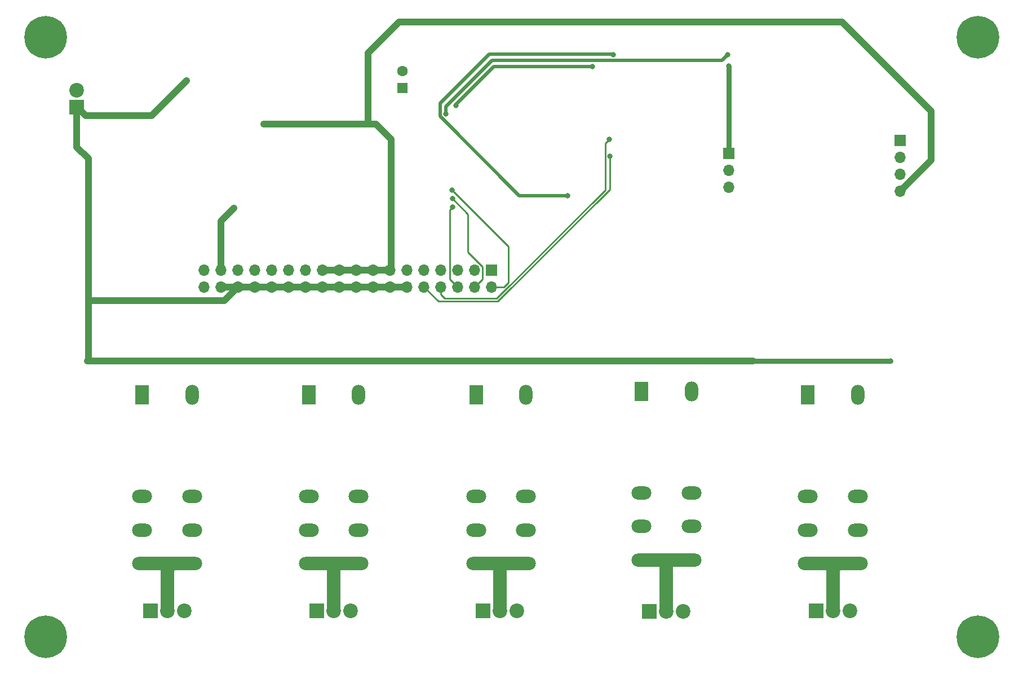
<source format=gbr>
%TF.GenerationSoftware,KiCad,Pcbnew,(6.0.5)*%
%TF.CreationDate,2022-06-14T15:57:39+02:00*%
%TF.ProjectId,SmartWatering,536d6172-7457-4617-9465-72696e672e6b,rev?*%
%TF.SameCoordinates,Original*%
%TF.FileFunction,Copper,L2,Bot*%
%TF.FilePolarity,Positive*%
%FSLAX46Y46*%
G04 Gerber Fmt 4.6, Leading zero omitted, Abs format (unit mm)*
G04 Created by KiCad (PCBNEW (6.0.5)) date 2022-06-14 15:57:39*
%MOMM*%
%LPD*%
G01*
G04 APERTURE LIST*
%TA.AperFunction,ComponentPad*%
%ADD10O,3.000000X2.000000*%
%TD*%
%TA.AperFunction,ComponentPad*%
%ADD11R,2.000000X3.000000*%
%TD*%
%TA.AperFunction,ComponentPad*%
%ADD12O,2.000000X3.000000*%
%TD*%
%TA.AperFunction,ComponentPad*%
%ADD13R,1.700000X1.700000*%
%TD*%
%TA.AperFunction,ComponentPad*%
%ADD14O,1.700000X1.700000*%
%TD*%
%TA.AperFunction,ComponentPad*%
%ADD15C,0.800000*%
%TD*%
%TA.AperFunction,ComponentPad*%
%ADD16C,6.400000*%
%TD*%
%TA.AperFunction,ComponentPad*%
%ADD17R,2.200000X2.200000*%
%TD*%
%TA.AperFunction,ComponentPad*%
%ADD18C,2.200000*%
%TD*%
%TA.AperFunction,ComponentPad*%
%ADD19R,1.600000X1.600000*%
%TD*%
%TA.AperFunction,ComponentPad*%
%ADD20C,1.600000*%
%TD*%
%TA.AperFunction,ViaPad*%
%ADD21C,0.800000*%
%TD*%
%TA.AperFunction,Conductor*%
%ADD22C,2.000000*%
%TD*%
%TA.AperFunction,Conductor*%
%ADD23C,1.000000*%
%TD*%
%TA.AperFunction,Conductor*%
%ADD24C,0.500000*%
%TD*%
%TA.AperFunction,Conductor*%
%ADD25C,0.750000*%
%TD*%
%TA.AperFunction,Conductor*%
%ADD26C,0.250000*%
%TD*%
G04 APERTURE END LIST*
D10*
%TO.P,K2,11*%
%TO.N,Net-(J2-Pad3)*%
X72000000Y-99000000D03*
X64500000Y-99000000D03*
%TO.P,K2,12*%
%TO.N,Net-(J2-Pad1)*%
X64500000Y-93960000D03*
X72000000Y-93960000D03*
%TO.P,K2,14*%
%TO.N,Net-(J2-Pad2)*%
X72000000Y-104040000D03*
X64500000Y-104040000D03*
D11*
%TO.P,K2,A1*%
%TO.N,VDD*%
X64500000Y-78700000D03*
D12*
%TO.P,K2,A2*%
%TO.N,Net-(D2-Pad1)*%
X72000000Y-78700000D03*
%TD*%
D13*
%TO.P,J8,1,Pin_1*%
%TO.N,GND*%
X127630000Y-42470000D03*
D14*
%TO.P,J8,2,Pin_2*%
%TO.N,/RX*%
X127630000Y-45010000D03*
%TO.P,J8,3,Pin_3*%
%TO.N,/TX*%
X127630000Y-47550000D03*
%TD*%
D15*
%TO.P, ,1*%
%TO.N,N/C*%
X23302944Y-26697056D03*
X25000000Y-27400000D03*
D16*
X25000000Y-25000000D03*
D15*
X26697056Y-26697056D03*
X27400000Y-25000000D03*
X23302944Y-23302944D03*
X22600000Y-25000000D03*
X25000000Y-22600000D03*
X26697056Y-23302944D03*
%TD*%
D17*
%TO.P,J4,1,Pin_1*%
%TO.N,Net-(J4-Pad1)*%
X115710000Y-111190000D03*
D18*
%TO.P,J4,2,Pin_2*%
%TO.N,Net-(J4-Pad2)*%
X118250000Y-111190000D03*
%TO.P,J4,3,Pin_3*%
%TO.N,Net-(J4-Pad3)*%
X120790000Y-111190000D03*
%TD*%
D19*
%TO.P,C1,1*%
%TO.N,+3V3*%
X78610000Y-32622380D03*
D20*
%TO.P,C1,2*%
%TO.N,GND*%
X78610000Y-30122380D03*
%TD*%
D10*
%TO.P,K3,11*%
%TO.N,Net-(J3-Pad3)*%
X97170000Y-99000000D03*
X89670000Y-99000000D03*
%TO.P,K3,12*%
%TO.N,Net-(J3-Pad1)*%
X97170000Y-93960000D03*
X89670000Y-93960000D03*
%TO.P,K3,14*%
%TO.N,Net-(J3-Pad2)*%
X89670000Y-104040000D03*
X97170000Y-104040000D03*
D11*
%TO.P,K3,A1*%
%TO.N,VDD*%
X89670000Y-78700000D03*
D12*
%TO.P,K3,A2*%
%TO.N,Net-(D3-Pad1)*%
X97170000Y-78700000D03*
%TD*%
D13*
%TO.P,J9,1,Pin_1*%
%TO.N,/IO26*%
X91985000Y-59955000D03*
D14*
%TO.P,J9,2,Pin_2*%
%TO.N,/IO27*%
X91985000Y-62495000D03*
%TO.P,J9,3,Pin_3*%
%TO.N,/IO25*%
X89445000Y-59955000D03*
%TO.P,J9,4,Pin_4*%
%TO.N,/IO14*%
X89445000Y-62495000D03*
%TO.P,J9,5,Pin_5*%
%TO.N,/IO33*%
X86905000Y-59955000D03*
%TO.P,J9,6,Pin_6*%
%TO.N,/IO12*%
X86905000Y-62495000D03*
%TO.P,J9,7,Pin_7*%
%TO.N,/IO32*%
X84365000Y-59955000D03*
%TO.P,J9,8,Pin_8*%
%TO.N,/IO21*%
X84365000Y-62495000D03*
%TO.P,J9,9,Pin_9*%
%TO.N,/IO35*%
X81825000Y-59955000D03*
%TO.P,J9,10,Pin_10*%
%TO.N,/IO19*%
X81825000Y-62495000D03*
%TO.P,J9,11,Pin_11*%
%TO.N,/IO34*%
X79285000Y-59955000D03*
%TO.P,J9,12,Pin_12*%
%TO.N,GND*%
X79285000Y-62495000D03*
%TO.P,J9,13,Pin_13*%
%TO.N,+5V*%
X76745000Y-59955000D03*
%TO.P,J9,14,Pin_14*%
%TO.N,GND*%
X76745000Y-62495000D03*
%TO.P,J9,15,Pin_15*%
%TO.N,+5V*%
X74205000Y-59955000D03*
%TO.P,J9,16,Pin_16*%
%TO.N,GND*%
X74205000Y-62495000D03*
%TO.P,J9,17,Pin_17*%
%TO.N,+5V*%
X71665000Y-59955000D03*
%TO.P,J9,18,Pin_18*%
%TO.N,GND*%
X71665000Y-62495000D03*
%TO.P,J9,19,Pin_19*%
%TO.N,+5V*%
X69125000Y-59955000D03*
%TO.P,J9,20,Pin_20*%
%TO.N,GND*%
X69125000Y-62495000D03*
%TO.P,J9,21,Pin_21*%
%TO.N,+5V*%
X66585000Y-59955000D03*
%TO.P,J9,22,Pin_22*%
%TO.N,GND*%
X66585000Y-62495000D03*
%TO.P,J9,23,Pin_23*%
%TO.N,+3V3*%
X64045000Y-59955000D03*
%TO.P,J9,24,Pin_24*%
%TO.N,GND*%
X64045000Y-62495000D03*
%TO.P,J9,25,Pin_25*%
%TO.N,+3V3*%
X61505000Y-59955000D03*
%TO.P,J9,26,Pin_26*%
%TO.N,GND*%
X61505000Y-62495000D03*
%TO.P,J9,27,Pin_27*%
%TO.N,+3V3*%
X58965000Y-59955000D03*
%TO.P,J9,28,Pin_28*%
%TO.N,GND*%
X58965000Y-62495000D03*
%TO.P,J9,29,Pin_29*%
%TO.N,+3V3*%
X56425000Y-59955000D03*
%TO.P,J9,30,Pin_30*%
%TO.N,GND*%
X56425000Y-62495000D03*
%TO.P,J9,31,Pin_31*%
%TO.N,VDD*%
X53885000Y-59955000D03*
%TO.P,J9,32,Pin_32*%
%TO.N,GND*%
X53885000Y-62495000D03*
%TO.P,J9,33,Pin_33*%
%TO.N,VDD*%
X51345000Y-59955000D03*
%TO.P,J9,34,Pin_34*%
%TO.N,GND*%
X51345000Y-62495000D03*
%TO.P,J9,35,Pin_35*%
%TO.N,VDD*%
X48805000Y-59955000D03*
%TO.P,J9,36*%
%TO.N,N/C*%
X48805000Y-62495000D03*
%TD*%
D10*
%TO.P,K1,11*%
%TO.N,Net-(J1-Pad3)*%
X47000000Y-99000000D03*
X39500000Y-99000000D03*
%TO.P,K1,12*%
%TO.N,Net-(J1-Pad1)*%
X47000000Y-93960000D03*
X39500000Y-93960000D03*
%TO.P,K1,14*%
%TO.N,Net-(J1-Pad2)*%
X47000000Y-104040000D03*
X39500000Y-104040000D03*
D11*
%TO.P,K1,A1*%
%TO.N,VDD*%
X39500000Y-78700000D03*
D12*
%TO.P,K1,A2*%
%TO.N,Net-(D1-Pad1)*%
X47000000Y-78700000D03*
%TD*%
D17*
%TO.P,J6,1,Pin_1*%
%TO.N,GND*%
X29688900Y-35506200D03*
D18*
%TO.P,J6,2,Pin_2*%
%TO.N,Net-(D6-Pad1)*%
X29688900Y-32966200D03*
%TD*%
D15*
%TO.P, ,1*%
%TO.N,N/C*%
X22600000Y-115000000D03*
X25000000Y-112600000D03*
X25000000Y-117400000D03*
D16*
X25000000Y-115000000D03*
D15*
X23302944Y-116697056D03*
X26697056Y-116697056D03*
X27400000Y-115000000D03*
X26697056Y-113302944D03*
X23302944Y-113302944D03*
%TD*%
D10*
%TO.P,K5,11*%
%TO.N,Net-(J5-Pad3)*%
X139500000Y-99000000D03*
X147000000Y-99000000D03*
%TO.P,K5,12*%
%TO.N,Net-(J5-Pad1)*%
X139500000Y-93960000D03*
X147000000Y-93960000D03*
%TO.P,K5,14*%
%TO.N,Net-(J5-Pad2)*%
X147000000Y-104040000D03*
X139500000Y-104040000D03*
D11*
%TO.P,K5,A1*%
%TO.N,VDD*%
X139500000Y-78700000D03*
D12*
%TO.P,K5,A2*%
%TO.N,Net-(D5-Pad1)*%
X147000000Y-78700000D03*
%TD*%
D10*
%TO.P,K4,11*%
%TO.N,Net-(J4-Pad3)*%
X122000000Y-98470000D03*
X114500000Y-98470000D03*
%TO.P,K4,12*%
%TO.N,Net-(J4-Pad1)*%
X122000000Y-93430000D03*
X114500000Y-93430000D03*
%TO.P,K4,14*%
%TO.N,Net-(J4-Pad2)*%
X114500000Y-103510000D03*
X122000000Y-103510000D03*
D11*
%TO.P,K4,A1*%
%TO.N,VDD*%
X114500000Y-78170000D03*
D12*
%TO.P,K4,A2*%
%TO.N,Net-(D4-Pad1)*%
X122000000Y-78170000D03*
%TD*%
D17*
%TO.P,J1,1,Pin_1*%
%TO.N,Net-(J1-Pad1)*%
X40710000Y-111170000D03*
D18*
%TO.P,J1,2,Pin_2*%
%TO.N,Net-(J1-Pad2)*%
X43250000Y-111170000D03*
%TO.P,J1,3,Pin_3*%
%TO.N,Net-(J1-Pad3)*%
X45790000Y-111170000D03*
%TD*%
D15*
%TO.P, ,1*%
%TO.N,N/C*%
X166697056Y-116697056D03*
X166697056Y-113302944D03*
X165000000Y-112600000D03*
X163302944Y-116697056D03*
X165000000Y-117400000D03*
X162600000Y-115000000D03*
X163302944Y-113302944D03*
D16*
X165000000Y-115000000D03*
D15*
X167400000Y-115000000D03*
%TD*%
D17*
%TO.P,J2,1,Pin_1*%
%TO.N,Net-(J2-Pad1)*%
X65710000Y-111170000D03*
D18*
%TO.P,J2,2,Pin_2*%
%TO.N,Net-(J2-Pad2)*%
X68250000Y-111170000D03*
%TO.P,J2,3,Pin_3*%
%TO.N,Net-(J2-Pad3)*%
X70790000Y-111170000D03*
%TD*%
D13*
%TO.P,J7,1,Pin_1*%
%TO.N,GND*%
X153380000Y-40490000D03*
D14*
%TO.P,J7,2,Pin_2*%
%TO.N,/Echo*%
X153380000Y-43030000D03*
%TO.P,J7,3,Pin_3*%
%TO.N,/Trig*%
X153380000Y-45570000D03*
%TO.P,J7,4,Pin_4*%
%TO.N,+5V*%
X153380000Y-48110000D03*
%TD*%
D17*
%TO.P,J3,1,Pin_1*%
%TO.N,Net-(J3-Pad1)*%
X90710000Y-111170000D03*
D18*
%TO.P,J3,2,Pin_2*%
%TO.N,Net-(J3-Pad2)*%
X93250000Y-111170000D03*
%TO.P,J3,3,Pin_3*%
%TO.N,Net-(J3-Pad3)*%
X95790000Y-111170000D03*
%TD*%
D17*
%TO.P,J5,1,Pin_1*%
%TO.N,Net-(J5-Pad1)*%
X140710000Y-111170000D03*
D18*
%TO.P,J5,2,Pin_2*%
%TO.N,Net-(J5-Pad2)*%
X143250000Y-111170000D03*
%TO.P,J5,3,Pin_3*%
%TO.N,Net-(J5-Pad3)*%
X145790000Y-111170000D03*
%TD*%
D15*
%TO.P, ,1*%
%TO.N,N/C*%
X162600000Y-25000000D03*
X165000000Y-22600000D03*
X163302944Y-23302944D03*
X163302944Y-26697056D03*
X165000000Y-27400000D03*
D16*
X165000000Y-25000000D03*
D15*
X167400000Y-25000000D03*
X166697056Y-23302944D03*
X166697056Y-26697056D03*
%TD*%
D21*
%TO.N,/IO0*%
X110280000Y-27640000D03*
%TO.N,GND*%
X46188900Y-31506200D03*
%TO.N,VDD*%
X53292500Y-50707500D03*
%TO.N,+3V3*%
X86650000Y-35270000D03*
%TO.N,+5V*%
X57733700Y-38046100D03*
%TO.N,+3V3*%
X107100000Y-29420000D03*
%TO.N,GND*%
X127640000Y-29350000D03*
X151910000Y-73630000D03*
X31250000Y-73660000D03*
X131250000Y-73660000D03*
X106250000Y-73660000D03*
X81250000Y-73660000D03*
X56250000Y-73660000D03*
%TO.N,/IO0*%
X103440000Y-48790000D03*
%TO.N,/EN*%
X127440000Y-27670000D03*
X85110000Y-36560000D03*
%TO.N,/IO27*%
X86040000Y-47970000D03*
%TO.N,/IO14*%
X86090000Y-49240000D03*
%TO.N,/IO12*%
X86140000Y-50510000D03*
%TO.N,/IO19*%
X109760000Y-42890000D03*
%TO.N,/IO21*%
X109635000Y-40325000D03*
%TD*%
D22*
%TO.N,Net-(J5-Pad2)*%
X143250000Y-104750000D02*
X143250000Y-111170000D01*
X143960000Y-104040000D02*
X139500000Y-104040000D01*
X147000000Y-104040000D02*
X143960000Y-104040000D01*
X143960000Y-104040000D02*
X143250000Y-104750000D01*
%TO.N,Net-(J4-Pad2)*%
X118250000Y-103770000D02*
X118250000Y-111190000D01*
X118510000Y-103510000D02*
X114500000Y-103510000D01*
X122000000Y-103510000D02*
X118510000Y-103510000D01*
X118510000Y-103510000D02*
X118250000Y-103770000D01*
%TO.N,Net-(J3-Pad2)*%
X93250000Y-104250000D02*
X93250000Y-111170000D01*
X93040000Y-104040000D02*
X93250000Y-104250000D01*
X93040000Y-104040000D02*
X89670000Y-104040000D01*
X97170000Y-104040000D02*
X93040000Y-104040000D01*
%TO.N,Net-(J2-Pad2)*%
X68250000Y-104250000D02*
X68250000Y-111170000D01*
X68040000Y-104040000D02*
X72000000Y-104040000D01*
X64500000Y-104040000D02*
X68040000Y-104040000D01*
X68040000Y-104040000D02*
X68250000Y-104250000D01*
%TO.N,Net-(J1-Pad2)*%
X43960000Y-104040000D02*
X43250000Y-104750000D01*
X43960000Y-104040000D02*
X39500000Y-104040000D01*
X43250000Y-104750000D02*
X43250000Y-111170000D01*
X47000000Y-104040000D02*
X43960000Y-104040000D01*
D23*
%TO.N,VDD*%
X51345000Y-52655000D02*
X51345000Y-59955000D01*
X53292500Y-50707500D02*
X51345000Y-52655000D01*
D24*
%TO.N,+3V3*%
X86650000Y-35070000D02*
X86650000Y-35270000D01*
X92300000Y-29420000D02*
X86650000Y-35070000D01*
X92300000Y-29420000D02*
X107100000Y-29420000D01*
D23*
%TO.N,GND*%
X31250000Y-73660000D02*
X31398900Y-73511100D01*
X29688900Y-35506200D02*
X30988421Y-36805721D01*
X40889379Y-36805721D02*
X46188900Y-31506200D01*
X31398900Y-64571100D02*
X31398900Y-43236200D01*
D25*
X127630000Y-29360000D02*
X127630000Y-42470000D01*
X151880000Y-73660000D02*
X151910000Y-73630000D01*
X127640000Y-29350000D02*
X127630000Y-29360000D01*
D23*
X106250000Y-73660000D02*
X131250000Y-73660000D01*
X79285000Y-62495000D02*
X51345000Y-62495000D01*
X51808900Y-64571100D02*
X53885000Y-62495000D01*
X56250000Y-73660000D02*
X81250000Y-73660000D01*
X31398900Y-64571100D02*
X51808900Y-64571100D01*
X30988421Y-36805721D02*
X40889379Y-36805721D01*
X29688900Y-41526200D02*
X29688900Y-35506200D01*
X81250000Y-73660000D02*
X106250000Y-73660000D01*
D25*
X131250000Y-73660000D02*
X151880000Y-73660000D01*
D23*
X31398900Y-43236200D02*
X29688900Y-41526200D01*
X31398900Y-73511100D02*
X31398900Y-64571100D01*
X31250000Y-73660000D02*
X56250000Y-73660000D01*
D24*
%TO.N,/IO0*%
X96138609Y-48790000D02*
X84260489Y-36911880D01*
X84260489Y-34959511D02*
X91620000Y-27600000D01*
X84260489Y-36911880D02*
X84260489Y-34959511D01*
X103440000Y-48790000D02*
X96138609Y-48790000D01*
X110240000Y-27600000D02*
X110280000Y-27640000D01*
X91620000Y-27600000D02*
X110240000Y-27600000D01*
D23*
%TO.N,+5V*%
X78080000Y-22720000D02*
X144610000Y-22720000D01*
X76555000Y-39995000D02*
X76915000Y-40355000D01*
X76915000Y-40355000D02*
X76915000Y-59715000D01*
X73426100Y-27373900D02*
X78080000Y-22720000D01*
X144610000Y-22720000D02*
X158000000Y-36110000D01*
X73426100Y-38046100D02*
X74606100Y-38046100D01*
X73426100Y-38046100D02*
X73426100Y-27373900D01*
X74606100Y-38046100D02*
X76555000Y-39995000D01*
X158000000Y-43490000D02*
X153380000Y-48110000D01*
X73426100Y-38046100D02*
X57733700Y-38046100D01*
X158000000Y-36110000D02*
X158000000Y-43490000D01*
X76745000Y-59955000D02*
X66585000Y-59955000D01*
D24*
%TO.N,/EN*%
X126610000Y-28500000D02*
X127440000Y-27670000D01*
X85110000Y-35408609D02*
X92018609Y-28500000D01*
X85110000Y-36560000D02*
X85110000Y-35408609D01*
X92018609Y-28500000D02*
X126610000Y-28500000D01*
D26*
%TO.N,/IO27*%
X86040000Y-47970000D02*
X94510000Y-56440000D01*
X94510000Y-61840000D02*
X93855000Y-62495000D01*
X93855000Y-62495000D02*
X91985000Y-62495000D01*
X94510000Y-56440000D02*
X94510000Y-61840000D01*
%TO.N,/IO14*%
X88440489Y-51590489D02*
X88440489Y-57289479D01*
X90619511Y-59468501D02*
X90619511Y-61320489D01*
X86090000Y-49240000D02*
X88440489Y-51590489D01*
X88440489Y-57289479D02*
X90619511Y-59468501D01*
X90619511Y-61320489D02*
X89445000Y-62495000D01*
%TO.N,/IO12*%
X85730489Y-61320489D02*
X86905000Y-62495000D01*
X86140000Y-50510000D02*
X85730489Y-50919511D01*
X85730489Y-50919511D02*
X85730489Y-61320489D01*
%TO.N,/IO19*%
X84009520Y-64679520D02*
X81825000Y-62495000D01*
X92941915Y-64679520D02*
X84009520Y-64679520D01*
X109760000Y-47861435D02*
X92941915Y-64679520D01*
X109760000Y-42890000D02*
X109760000Y-47861435D01*
%TO.N,/IO21*%
X92755718Y-64230000D02*
X84940000Y-64230000D01*
X84365000Y-63655000D02*
X84365000Y-62495000D01*
X109035489Y-40924511D02*
X109035489Y-47950229D01*
X84940000Y-64230000D02*
X84365000Y-63655000D01*
X109035489Y-47950229D02*
X92755718Y-64230000D01*
X109635000Y-40325000D02*
X109035489Y-40924511D01*
%TD*%
M02*

</source>
